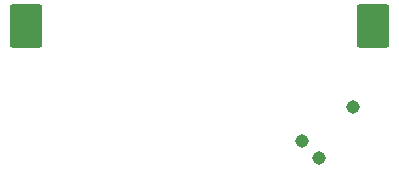
<source format=gbr>
%TF.GenerationSoftware,KiCad,Pcbnew,9.0.3-9.0.3-0~ubuntu24.04.1*%
%TF.CreationDate,2025-07-11T01:45:30-04:00*%
%TF.ProjectId,tire_sensor,74697265-5f73-4656-9e73-6f722e6b6963,rev?*%
%TF.SameCoordinates,Original*%
%TF.FileFunction,Soldermask,Bot*%
%TF.FilePolarity,Negative*%
%FSLAX46Y46*%
G04 Gerber Fmt 4.6, Leading zero omitted, Abs format (unit mm)*
G04 Created by KiCad (PCBNEW 9.0.3-9.0.3-0~ubuntu24.04.1) date 2025-07-11 01:45:30*
%MOMM*%
%LPD*%
G01*
G04 APERTURE LIST*
G04 Aperture macros list*
%AMRoundRect*
0 Rectangle with rounded corners*
0 $1 Rounding radius*
0 $2 $3 $4 $5 $6 $7 $8 $9 X,Y pos of 4 corners*
0 Add a 4 corners polygon primitive as box body*
4,1,4,$2,$3,$4,$5,$6,$7,$8,$9,$2,$3,0*
0 Add four circle primitives for the rounded corners*
1,1,$1+$1,$2,$3*
1,1,$1+$1,$4,$5*
1,1,$1+$1,$6,$7*
1,1,$1+$1,$8,$9*
0 Add four rect primitives between the rounded corners*
20,1,$1+$1,$2,$3,$4,$5,0*
20,1,$1+$1,$4,$5,$6,$7,0*
20,1,$1+$1,$6,$7,$8,$9,0*
20,1,$1+$1,$8,$9,$2,$3,0*%
G04 Aperture macros list end*
%ADD10RoundRect,0.211723X-1.164477X-1.614477X1.164477X-1.614477X1.164477X1.614477X-1.164477X1.614477X0*%
%ADD11C,1.143000*%
G04 APERTURE END LIST*
D10*
%TO.C,BT1*%
X68050000Y61750000D03*
X97450000Y61750000D03*
%TD*%
D11*
%TO.C,J1*%
X95745064Y54847038D03*
X92871382Y50536515D03*
X91434541Y51973356D03*
%TD*%
M02*

</source>
